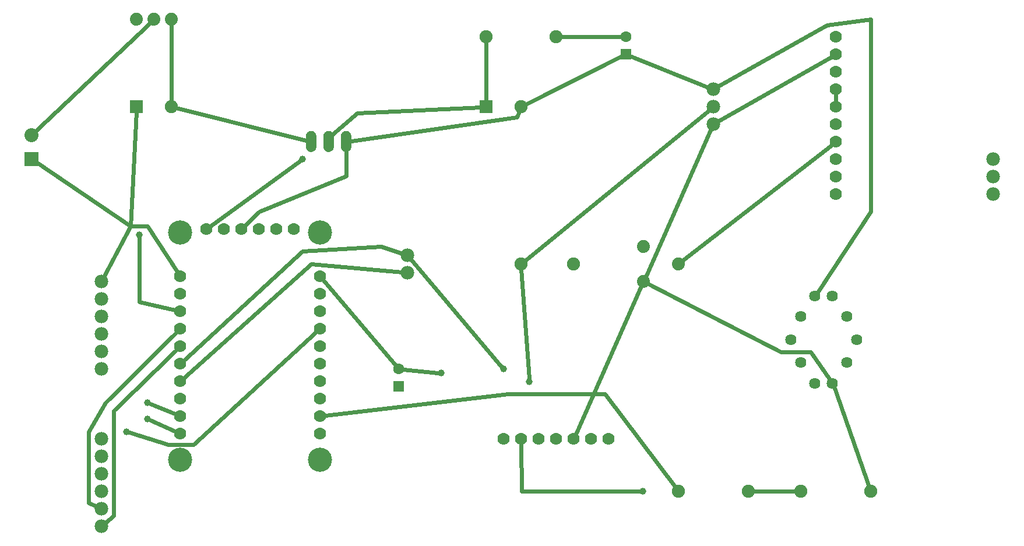
<source format=gbl>
G04 MADE WITH FRITZING*
G04 WWW.FRITZING.ORG*
G04 DOUBLE SIDED*
G04 HOLES PLATED*
G04 CONTOUR ON CENTER OF CONTOUR VECTOR*
%ASAXBY*%
%FSLAX23Y23*%
%MOIN*%
%OFA0B0*%
%SFA1.0B1.0*%
%ADD10C,0.138425*%
%ADD11C,0.070000*%
%ADD12C,0.060000*%
%ADD13C,0.075000*%
%ADD14C,0.074000*%
%ADD15C,0.062992*%
%ADD16C,0.080000*%
%ADD17C,0.064000*%
%ADD18C,0.078000*%
%ADD19C,0.039370*%
%ADD20R,0.075000X0.075000*%
%ADD21R,0.062992X0.062992*%
%ADD22R,0.080000X0.080000*%
%ADD23C,0.024000*%
%ADD24R,0.001000X0.001000*%
%LNCOPPER0*%
G90*
G70*
G54D10*
X1815Y2171D03*
X1815Y871D03*
G54D11*
X1665Y2191D03*
X1565Y2191D03*
X1465Y2191D03*
X1365Y2191D03*
X1265Y2191D03*
X1165Y2191D03*
X1815Y1021D03*
X1815Y1121D03*
X1815Y1221D03*
X1815Y1321D03*
X1815Y1421D03*
X1815Y1521D03*
X1815Y1621D03*
X1815Y1721D03*
X1815Y1821D03*
G54D10*
X1015Y871D03*
G54D11*
X1815Y1921D03*
G54D10*
X1015Y2171D03*
G54D11*
X1015Y1921D03*
X1015Y1821D03*
X1015Y1721D03*
X1015Y1621D03*
X1015Y1521D03*
X1015Y1421D03*
X1015Y1321D03*
X1015Y1221D03*
X1015Y1121D03*
X1015Y1021D03*
G54D12*
X1765Y2691D03*
X1865Y2691D03*
X1965Y2691D03*
G54D13*
X2765Y2891D03*
X2965Y2891D03*
X765Y2891D03*
X965Y2891D03*
G54D14*
X765Y3391D03*
X865Y3391D03*
X965Y3391D03*
G54D15*
X3565Y3192D03*
X3565Y3291D03*
G54D13*
X2765Y3291D03*
X3165Y3291D03*
G54D16*
X165Y2591D03*
X165Y2729D03*
G54D17*
X4565Y1427D03*
X4647Y1809D03*
X4747Y1309D03*
X4829Y1691D03*
X4747Y1809D03*
X4829Y1427D03*
X4647Y1309D03*
X4510Y1559D03*
X4884Y1559D03*
X4565Y1691D03*
G54D13*
X3865Y691D03*
X4265Y691D03*
X4565Y691D03*
X4965Y691D03*
X2965Y1991D03*
X3265Y1991D03*
G54D14*
X3665Y2091D03*
X3665Y1891D03*
X3865Y1991D03*
G54D15*
X2265Y1292D03*
X2265Y1391D03*
G54D18*
X2315Y2041D03*
X2315Y1941D03*
X565Y1891D03*
X565Y1791D03*
X565Y1691D03*
X565Y1591D03*
X565Y1491D03*
X565Y1391D03*
G54D11*
X4765Y2391D03*
X4765Y2491D03*
X4765Y2591D03*
X4765Y2691D03*
X4765Y2791D03*
X4765Y2891D03*
X4765Y2991D03*
X4765Y3091D03*
X4765Y3191D03*
X4765Y3291D03*
G54D18*
X4065Y2991D03*
X4065Y2891D03*
X4065Y2791D03*
X5665Y2591D03*
X5665Y2491D03*
X5665Y2391D03*
X565Y991D03*
X565Y891D03*
X565Y791D03*
X565Y691D03*
X565Y591D03*
X565Y491D03*
G54D19*
X829Y1199D03*
X709Y1031D03*
X829Y1103D03*
X3013Y1319D03*
X781Y2159D03*
X1717Y2591D03*
X2509Y1367D03*
G54D11*
X3465Y991D03*
X3365Y991D03*
X3265Y991D03*
X3165Y991D03*
X3065Y991D03*
X2965Y991D03*
X2865Y991D03*
G54D19*
X2865Y1391D03*
X3663Y691D03*
G54D20*
X2765Y2891D03*
X765Y2891D03*
G54D21*
X3565Y3192D03*
G54D22*
X165Y2591D03*
G54D21*
X2265Y1292D03*
G54D23*
X3653Y1863D02*
X3278Y1019D01*
D02*
X3194Y3291D02*
X3538Y3291D01*
D02*
X843Y3369D02*
X188Y2750D01*
D02*
X965Y3360D02*
X965Y2919D01*
D02*
X1735Y2698D02*
X993Y2884D01*
D02*
X4741Y2672D02*
X3890Y2010D01*
D02*
X4294Y691D02*
X4537Y691D01*
D02*
X1846Y1124D02*
X2893Y1247D01*
D02*
X2893Y1247D02*
X3445Y1247D01*
D02*
X3445Y1247D02*
X3848Y714D01*
D02*
X993Y1499D02*
X637Y1151D01*
D02*
X637Y1151D02*
X637Y551D01*
D02*
X637Y551D02*
X588Y510D01*
D02*
X993Y1599D02*
X589Y1199D01*
D02*
X589Y1199D02*
X493Y1031D01*
D02*
X493Y1031D02*
X493Y623D01*
D02*
X493Y623D02*
X538Y603D01*
D02*
X987Y1133D02*
X846Y1192D01*
D02*
X4765Y2960D02*
X4765Y2922D01*
D02*
X1038Y1341D02*
X1765Y1991D01*
D02*
X1765Y1991D02*
X2285Y1944D01*
D02*
X1793Y1600D02*
X1093Y959D01*
D02*
X1093Y959D02*
X949Y959D01*
D02*
X949Y959D02*
X727Y1026D01*
D02*
X1038Y1442D02*
X1717Y2063D01*
D02*
X1717Y2063D02*
X2165Y2091D01*
D02*
X2165Y2091D02*
X2287Y2050D01*
D02*
X987Y1033D02*
X846Y1096D01*
D02*
X4091Y3006D02*
X4717Y3359D01*
D02*
X4717Y3359D02*
X4965Y3391D01*
D02*
X4965Y3391D02*
X4965Y2291D01*
D02*
X4965Y2291D02*
X4664Y1835D01*
D02*
X3590Y3182D02*
X4037Y3002D01*
D02*
X2991Y2904D02*
X3541Y3180D01*
D02*
X1996Y2695D02*
X2941Y2831D01*
D02*
X2941Y2831D02*
X2954Y2864D01*
D02*
X2987Y2009D02*
X4042Y2872D01*
D02*
X3011Y1338D02*
X2967Y1962D01*
D02*
X985Y1728D02*
X781Y1775D01*
D02*
X781Y1775D02*
X781Y2140D01*
D02*
X2765Y2919D02*
X2765Y3262D01*
D02*
X1859Y2721D02*
X1861Y2711D01*
D02*
X1861Y2711D02*
X2029Y2855D01*
D02*
X2029Y2855D02*
X2737Y2889D01*
D02*
X1190Y2209D02*
X1701Y2580D01*
D02*
X579Y1917D02*
X733Y2207D01*
D02*
X733Y2207D02*
X829Y2207D01*
D02*
X829Y2207D02*
X998Y1947D01*
D02*
X191Y2573D02*
X733Y2207D01*
D02*
X764Y2862D02*
X733Y2207D01*
D02*
X2248Y1411D02*
X1835Y1897D01*
D02*
X2490Y1369D02*
X2292Y1388D01*
D02*
X4053Y2763D02*
X3678Y1919D01*
D02*
X4739Y3175D02*
X4091Y2806D01*
D02*
X4729Y1334D02*
X4621Y1487D01*
D02*
X4621Y1487D02*
X4453Y1487D01*
D02*
X4453Y1487D02*
X3693Y1877D01*
D02*
X4956Y718D02*
X4758Y1280D01*
D02*
X2335Y2018D02*
X2853Y1405D01*
D02*
X2968Y691D02*
X3644Y691D01*
D02*
X2966Y960D02*
X2968Y691D01*
D02*
X1966Y2493D02*
X1965Y2660D01*
D02*
X1387Y2212D02*
X1468Y2290D01*
D02*
X1468Y2290D02*
X1966Y2493D01*
G54D24*
X1758Y2751D02*
X1771Y2751D01*
X1858Y2751D02*
X1871Y2751D01*
X1958Y2751D02*
X1971Y2751D01*
X1755Y2750D02*
X1774Y2750D01*
X1855Y2750D02*
X1874Y2750D01*
X1955Y2750D02*
X1974Y2750D01*
X1753Y2749D02*
X1777Y2749D01*
X1853Y2749D02*
X1877Y2749D01*
X1953Y2749D02*
X1977Y2749D01*
X1751Y2748D02*
X1779Y2748D01*
X1851Y2748D02*
X1879Y2748D01*
X1951Y2748D02*
X1979Y2748D01*
X1749Y2747D02*
X1781Y2747D01*
X1849Y2747D02*
X1881Y2747D01*
X1949Y2747D02*
X1981Y2747D01*
X1748Y2746D02*
X1782Y2746D01*
X1848Y2746D02*
X1882Y2746D01*
X1948Y2746D02*
X1982Y2746D01*
X1746Y2745D02*
X1783Y2745D01*
X1846Y2745D02*
X1883Y2745D01*
X1946Y2745D02*
X1983Y2745D01*
X1745Y2744D02*
X1784Y2744D01*
X1845Y2744D02*
X1884Y2744D01*
X1945Y2744D02*
X1984Y2744D01*
X1744Y2743D02*
X1785Y2743D01*
X1844Y2743D02*
X1885Y2743D01*
X1944Y2743D02*
X1985Y2743D01*
X1743Y2742D02*
X1786Y2742D01*
X1843Y2742D02*
X1886Y2742D01*
X1943Y2742D02*
X1986Y2742D01*
X1742Y2741D02*
X1787Y2741D01*
X1842Y2741D02*
X1887Y2741D01*
X1942Y2741D02*
X1987Y2741D01*
X1741Y2740D02*
X1788Y2740D01*
X1841Y2740D02*
X1888Y2740D01*
X1941Y2740D02*
X1988Y2740D01*
X1741Y2739D02*
X1789Y2739D01*
X1841Y2739D02*
X1889Y2739D01*
X1941Y2739D02*
X1989Y2739D01*
X1740Y2738D02*
X1790Y2738D01*
X1840Y2738D02*
X1890Y2738D01*
X1940Y2738D02*
X1990Y2738D01*
X1739Y2737D02*
X1790Y2737D01*
X1839Y2737D02*
X1890Y2737D01*
X1939Y2737D02*
X1990Y2737D01*
X1739Y2736D02*
X1791Y2736D01*
X1839Y2736D02*
X1891Y2736D01*
X1939Y2736D02*
X1991Y2736D01*
X1738Y2735D02*
X1791Y2735D01*
X1838Y2735D02*
X1891Y2735D01*
X1938Y2735D02*
X1991Y2735D01*
X1738Y2734D02*
X1792Y2734D01*
X1838Y2734D02*
X1892Y2734D01*
X1938Y2734D02*
X1992Y2734D01*
X1737Y2733D02*
X1792Y2733D01*
X1837Y2733D02*
X1892Y2733D01*
X1937Y2733D02*
X1992Y2733D01*
X1737Y2732D02*
X1792Y2732D01*
X1837Y2732D02*
X1892Y2732D01*
X1937Y2732D02*
X1992Y2732D01*
X1737Y2731D02*
X1793Y2731D01*
X1837Y2731D02*
X1893Y2731D01*
X1937Y2731D02*
X1993Y2731D01*
X1736Y2730D02*
X1793Y2730D01*
X1836Y2730D02*
X1893Y2730D01*
X1936Y2730D02*
X1993Y2730D01*
X1736Y2729D02*
X1793Y2729D01*
X1836Y2729D02*
X1893Y2729D01*
X1936Y2729D02*
X1993Y2729D01*
X1736Y2728D02*
X1794Y2728D01*
X1836Y2728D02*
X1894Y2728D01*
X1936Y2728D02*
X1994Y2728D01*
X1736Y2727D02*
X1794Y2727D01*
X1836Y2727D02*
X1894Y2727D01*
X1936Y2727D02*
X1994Y2727D01*
X1736Y2726D02*
X1794Y2726D01*
X1836Y2726D02*
X1894Y2726D01*
X1936Y2726D02*
X1994Y2726D01*
X1735Y2725D02*
X1794Y2725D01*
X1835Y2725D02*
X1894Y2725D01*
X1935Y2725D02*
X1994Y2725D01*
X1735Y2724D02*
X1794Y2724D01*
X1835Y2724D02*
X1894Y2724D01*
X1935Y2724D02*
X1994Y2724D01*
X1735Y2723D02*
X1794Y2723D01*
X1835Y2723D02*
X1894Y2723D01*
X1935Y2723D02*
X1994Y2723D01*
X1735Y2722D02*
X1794Y2722D01*
X1835Y2722D02*
X1894Y2722D01*
X1935Y2722D02*
X1994Y2722D01*
X1735Y2721D02*
X1794Y2721D01*
X1835Y2721D02*
X1894Y2721D01*
X1935Y2721D02*
X1994Y2721D01*
X1735Y2720D02*
X1794Y2720D01*
X1835Y2720D02*
X1894Y2720D01*
X1935Y2720D02*
X1994Y2720D01*
X1735Y2719D02*
X1794Y2719D01*
X1835Y2719D02*
X1894Y2719D01*
X1935Y2719D02*
X1994Y2719D01*
X1735Y2718D02*
X1794Y2718D01*
X1835Y2718D02*
X1894Y2718D01*
X1935Y2718D02*
X1994Y2718D01*
X1735Y2717D02*
X1794Y2717D01*
X1835Y2717D02*
X1894Y2717D01*
X1935Y2717D02*
X1994Y2717D01*
X1735Y2716D02*
X1794Y2716D01*
X1835Y2716D02*
X1894Y2716D01*
X1935Y2716D02*
X1994Y2716D01*
X1735Y2715D02*
X1794Y2715D01*
X1835Y2715D02*
X1894Y2715D01*
X1935Y2715D02*
X1994Y2715D01*
X1735Y2714D02*
X1794Y2714D01*
X1835Y2714D02*
X1894Y2714D01*
X1935Y2714D02*
X1994Y2714D01*
X1735Y2713D02*
X1794Y2713D01*
X1835Y2713D02*
X1894Y2713D01*
X1935Y2713D02*
X1994Y2713D01*
X1735Y2712D02*
X1794Y2712D01*
X1835Y2712D02*
X1894Y2712D01*
X1935Y2712D02*
X1994Y2712D01*
X1735Y2711D02*
X1759Y2711D01*
X1771Y2711D02*
X1794Y2711D01*
X1835Y2711D02*
X1859Y2711D01*
X1871Y2711D02*
X1894Y2711D01*
X1935Y2711D02*
X1959Y2711D01*
X1971Y2711D02*
X1994Y2711D01*
X1735Y2710D02*
X1756Y2710D01*
X1774Y2710D02*
X1794Y2710D01*
X1835Y2710D02*
X1856Y2710D01*
X1874Y2710D02*
X1894Y2710D01*
X1935Y2710D02*
X1956Y2710D01*
X1974Y2710D02*
X1994Y2710D01*
X1735Y2709D02*
X1754Y2709D01*
X1775Y2709D02*
X1794Y2709D01*
X1835Y2709D02*
X1854Y2709D01*
X1875Y2709D02*
X1894Y2709D01*
X1935Y2709D02*
X1954Y2709D01*
X1975Y2709D02*
X1994Y2709D01*
X1735Y2708D02*
X1753Y2708D01*
X1777Y2708D02*
X1794Y2708D01*
X1835Y2708D02*
X1853Y2708D01*
X1877Y2708D02*
X1894Y2708D01*
X1935Y2708D02*
X1953Y2708D01*
X1977Y2708D02*
X1994Y2708D01*
X1735Y2707D02*
X1751Y2707D01*
X1778Y2707D02*
X1794Y2707D01*
X1835Y2707D02*
X1851Y2707D01*
X1878Y2707D02*
X1894Y2707D01*
X1935Y2707D02*
X1951Y2707D01*
X1978Y2707D02*
X1994Y2707D01*
X1735Y2706D02*
X1750Y2706D01*
X1779Y2706D02*
X1794Y2706D01*
X1835Y2706D02*
X1850Y2706D01*
X1879Y2706D02*
X1894Y2706D01*
X1935Y2706D02*
X1950Y2706D01*
X1979Y2706D02*
X1994Y2706D01*
X1735Y2705D02*
X1749Y2705D01*
X1780Y2705D02*
X1794Y2705D01*
X1835Y2705D02*
X1849Y2705D01*
X1880Y2705D02*
X1894Y2705D01*
X1935Y2705D02*
X1949Y2705D01*
X1980Y2705D02*
X1994Y2705D01*
X1735Y2704D02*
X1749Y2704D01*
X1781Y2704D02*
X1794Y2704D01*
X1835Y2704D02*
X1849Y2704D01*
X1881Y2704D02*
X1894Y2704D01*
X1935Y2704D02*
X1949Y2704D01*
X1981Y2704D02*
X1994Y2704D01*
X1735Y2703D02*
X1748Y2703D01*
X1782Y2703D02*
X1794Y2703D01*
X1835Y2703D02*
X1848Y2703D01*
X1882Y2703D02*
X1894Y2703D01*
X1935Y2703D02*
X1948Y2703D01*
X1982Y2703D02*
X1994Y2703D01*
X1735Y2702D02*
X1747Y2702D01*
X1782Y2702D02*
X1794Y2702D01*
X1835Y2702D02*
X1847Y2702D01*
X1882Y2702D02*
X1894Y2702D01*
X1935Y2702D02*
X1947Y2702D01*
X1982Y2702D02*
X1994Y2702D01*
X1735Y2701D02*
X1747Y2701D01*
X1783Y2701D02*
X1794Y2701D01*
X1835Y2701D02*
X1847Y2701D01*
X1883Y2701D02*
X1894Y2701D01*
X1935Y2701D02*
X1947Y2701D01*
X1983Y2701D02*
X1994Y2701D01*
X1735Y2700D02*
X1746Y2700D01*
X1783Y2700D02*
X1794Y2700D01*
X1835Y2700D02*
X1846Y2700D01*
X1883Y2700D02*
X1894Y2700D01*
X1935Y2700D02*
X1946Y2700D01*
X1983Y2700D02*
X1994Y2700D01*
X1735Y2699D02*
X1746Y2699D01*
X1784Y2699D02*
X1794Y2699D01*
X1835Y2699D02*
X1846Y2699D01*
X1884Y2699D02*
X1894Y2699D01*
X1935Y2699D02*
X1946Y2699D01*
X1984Y2699D02*
X1994Y2699D01*
X1735Y2698D02*
X1745Y2698D01*
X1784Y2698D02*
X1794Y2698D01*
X1835Y2698D02*
X1845Y2698D01*
X1884Y2698D02*
X1894Y2698D01*
X1935Y2698D02*
X1945Y2698D01*
X1984Y2698D02*
X1994Y2698D01*
X1735Y2697D02*
X1745Y2697D01*
X1785Y2697D02*
X1794Y2697D01*
X1835Y2697D02*
X1845Y2697D01*
X1885Y2697D02*
X1894Y2697D01*
X1935Y2697D02*
X1945Y2697D01*
X1985Y2697D02*
X1994Y2697D01*
X1735Y2696D02*
X1745Y2696D01*
X1785Y2696D02*
X1794Y2696D01*
X1835Y2696D02*
X1845Y2696D01*
X1885Y2696D02*
X1894Y2696D01*
X1935Y2696D02*
X1945Y2696D01*
X1985Y2696D02*
X1994Y2696D01*
X1735Y2695D02*
X1745Y2695D01*
X1785Y2695D02*
X1794Y2695D01*
X1835Y2695D02*
X1845Y2695D01*
X1885Y2695D02*
X1894Y2695D01*
X1935Y2695D02*
X1945Y2695D01*
X1985Y2695D02*
X1994Y2695D01*
X1735Y2694D02*
X1744Y2694D01*
X1785Y2694D02*
X1794Y2694D01*
X1835Y2694D02*
X1844Y2694D01*
X1885Y2694D02*
X1894Y2694D01*
X1935Y2694D02*
X1944Y2694D01*
X1985Y2694D02*
X1994Y2694D01*
X1735Y2693D02*
X1744Y2693D01*
X1785Y2693D02*
X1794Y2693D01*
X1835Y2693D02*
X1844Y2693D01*
X1885Y2693D02*
X1894Y2693D01*
X1935Y2693D02*
X1944Y2693D01*
X1985Y2693D02*
X1994Y2693D01*
X1735Y2692D02*
X1744Y2692D01*
X1785Y2692D02*
X1794Y2692D01*
X1835Y2692D02*
X1844Y2692D01*
X1885Y2692D02*
X1894Y2692D01*
X1935Y2692D02*
X1944Y2692D01*
X1985Y2692D02*
X1994Y2692D01*
X1735Y2691D02*
X1744Y2691D01*
X1785Y2691D02*
X1794Y2691D01*
X1835Y2691D02*
X1844Y2691D01*
X1885Y2691D02*
X1894Y2691D01*
X1935Y2691D02*
X1944Y2691D01*
X1985Y2691D02*
X1994Y2691D01*
X1735Y2690D02*
X1744Y2690D01*
X1785Y2690D02*
X1794Y2690D01*
X1835Y2690D02*
X1844Y2690D01*
X1885Y2690D02*
X1894Y2690D01*
X1935Y2690D02*
X1944Y2690D01*
X1985Y2690D02*
X1994Y2690D01*
X1735Y2689D02*
X1745Y2689D01*
X1785Y2689D02*
X1794Y2689D01*
X1835Y2689D02*
X1845Y2689D01*
X1885Y2689D02*
X1894Y2689D01*
X1935Y2689D02*
X1945Y2689D01*
X1985Y2689D02*
X1994Y2689D01*
X1735Y2688D02*
X1745Y2688D01*
X1785Y2688D02*
X1794Y2688D01*
X1835Y2688D02*
X1845Y2688D01*
X1885Y2688D02*
X1894Y2688D01*
X1935Y2688D02*
X1945Y2688D01*
X1985Y2688D02*
X1994Y2688D01*
X1735Y2687D02*
X1745Y2687D01*
X1785Y2687D02*
X1794Y2687D01*
X1835Y2687D02*
X1845Y2687D01*
X1885Y2687D02*
X1894Y2687D01*
X1935Y2687D02*
X1945Y2687D01*
X1985Y2687D02*
X1994Y2687D01*
X1735Y2686D02*
X1745Y2686D01*
X1784Y2686D02*
X1794Y2686D01*
X1835Y2686D02*
X1845Y2686D01*
X1884Y2686D02*
X1894Y2686D01*
X1935Y2686D02*
X1945Y2686D01*
X1984Y2686D02*
X1994Y2686D01*
X1735Y2685D02*
X1746Y2685D01*
X1784Y2685D02*
X1794Y2685D01*
X1835Y2685D02*
X1846Y2685D01*
X1884Y2685D02*
X1894Y2685D01*
X1935Y2685D02*
X1946Y2685D01*
X1984Y2685D02*
X1994Y2685D01*
X1735Y2684D02*
X1746Y2684D01*
X1784Y2684D02*
X1794Y2684D01*
X1835Y2684D02*
X1846Y2684D01*
X1884Y2684D02*
X1894Y2684D01*
X1935Y2684D02*
X1946Y2684D01*
X1984Y2684D02*
X1994Y2684D01*
X1735Y2683D02*
X1746Y2683D01*
X1783Y2683D02*
X1794Y2683D01*
X1835Y2683D02*
X1846Y2683D01*
X1883Y2683D02*
X1894Y2683D01*
X1935Y2683D02*
X1946Y2683D01*
X1983Y2683D02*
X1994Y2683D01*
X1735Y2682D02*
X1747Y2682D01*
X1783Y2682D02*
X1794Y2682D01*
X1835Y2682D02*
X1847Y2682D01*
X1883Y2682D02*
X1894Y2682D01*
X1935Y2682D02*
X1947Y2682D01*
X1983Y2682D02*
X1994Y2682D01*
X1735Y2681D02*
X1748Y2681D01*
X1782Y2681D02*
X1794Y2681D01*
X1835Y2681D02*
X1848Y2681D01*
X1882Y2681D02*
X1894Y2681D01*
X1935Y2681D02*
X1948Y2681D01*
X1982Y2681D02*
X1994Y2681D01*
X1735Y2680D02*
X1748Y2680D01*
X1781Y2680D02*
X1794Y2680D01*
X1835Y2680D02*
X1848Y2680D01*
X1881Y2680D02*
X1894Y2680D01*
X1935Y2680D02*
X1948Y2680D01*
X1981Y2680D02*
X1994Y2680D01*
X1735Y2679D02*
X1749Y2679D01*
X1780Y2679D02*
X1794Y2679D01*
X1835Y2679D02*
X1849Y2679D01*
X1880Y2679D02*
X1894Y2679D01*
X1935Y2679D02*
X1949Y2679D01*
X1980Y2679D02*
X1994Y2679D01*
X1735Y2678D02*
X1750Y2678D01*
X1780Y2678D02*
X1794Y2678D01*
X1835Y2678D02*
X1850Y2678D01*
X1880Y2678D02*
X1894Y2678D01*
X1935Y2678D02*
X1950Y2678D01*
X1980Y2678D02*
X1994Y2678D01*
X1735Y2677D02*
X1751Y2677D01*
X1779Y2677D02*
X1794Y2677D01*
X1835Y2677D02*
X1851Y2677D01*
X1879Y2677D02*
X1894Y2677D01*
X1935Y2677D02*
X1951Y2677D01*
X1979Y2677D02*
X1994Y2677D01*
X1735Y2676D02*
X1752Y2676D01*
X1777Y2676D02*
X1794Y2676D01*
X1835Y2676D02*
X1852Y2676D01*
X1877Y2676D02*
X1894Y2676D01*
X1935Y2676D02*
X1952Y2676D01*
X1977Y2676D02*
X1994Y2676D01*
X1735Y2675D02*
X1754Y2675D01*
X1776Y2675D02*
X1794Y2675D01*
X1835Y2675D02*
X1854Y2675D01*
X1876Y2675D02*
X1894Y2675D01*
X1935Y2675D02*
X1954Y2675D01*
X1976Y2675D02*
X1994Y2675D01*
X1735Y2674D02*
X1755Y2674D01*
X1774Y2674D02*
X1794Y2674D01*
X1835Y2674D02*
X1855Y2674D01*
X1874Y2674D02*
X1894Y2674D01*
X1935Y2674D02*
X1955Y2674D01*
X1974Y2674D02*
X1994Y2674D01*
X1735Y2673D02*
X1758Y2673D01*
X1772Y2673D02*
X1794Y2673D01*
X1835Y2673D02*
X1858Y2673D01*
X1872Y2673D02*
X1894Y2673D01*
X1935Y2673D02*
X1958Y2673D01*
X1972Y2673D02*
X1994Y2673D01*
X1735Y2672D02*
X1763Y2672D01*
X1767Y2672D02*
X1794Y2672D01*
X1835Y2672D02*
X1863Y2672D01*
X1867Y2672D02*
X1894Y2672D01*
X1935Y2672D02*
X1963Y2672D01*
X1967Y2672D02*
X1994Y2672D01*
X1735Y2671D02*
X1794Y2671D01*
X1835Y2671D02*
X1894Y2671D01*
X1935Y2671D02*
X1994Y2671D01*
X1735Y2670D02*
X1794Y2670D01*
X1835Y2670D02*
X1894Y2670D01*
X1935Y2670D02*
X1994Y2670D01*
X1735Y2669D02*
X1794Y2669D01*
X1835Y2669D02*
X1894Y2669D01*
X1935Y2669D02*
X1994Y2669D01*
X1735Y2668D02*
X1794Y2668D01*
X1835Y2668D02*
X1894Y2668D01*
X1935Y2668D02*
X1994Y2668D01*
X1735Y2667D02*
X1794Y2667D01*
X1835Y2667D02*
X1894Y2667D01*
X1935Y2667D02*
X1994Y2667D01*
X1735Y2666D02*
X1794Y2666D01*
X1835Y2666D02*
X1894Y2666D01*
X1935Y2666D02*
X1994Y2666D01*
X1735Y2665D02*
X1794Y2665D01*
X1835Y2665D02*
X1894Y2665D01*
X1935Y2665D02*
X1994Y2665D01*
X1735Y2664D02*
X1794Y2664D01*
X1835Y2664D02*
X1894Y2664D01*
X1935Y2664D02*
X1994Y2664D01*
X1735Y2663D02*
X1794Y2663D01*
X1835Y2663D02*
X1894Y2663D01*
X1935Y2663D02*
X1994Y2663D01*
X1735Y2662D02*
X1794Y2662D01*
X1835Y2662D02*
X1894Y2662D01*
X1935Y2662D02*
X1994Y2662D01*
X1735Y2661D02*
X1794Y2661D01*
X1835Y2661D02*
X1894Y2661D01*
X1935Y2661D02*
X1994Y2661D01*
X1735Y2660D02*
X1794Y2660D01*
X1835Y2660D02*
X1894Y2660D01*
X1935Y2660D02*
X1994Y2660D01*
X1735Y2659D02*
X1794Y2659D01*
X1835Y2659D02*
X1894Y2659D01*
X1935Y2659D02*
X1994Y2659D01*
X1736Y2658D02*
X1794Y2658D01*
X1836Y2658D02*
X1894Y2658D01*
X1936Y2658D02*
X1994Y2658D01*
X1736Y2657D02*
X1794Y2657D01*
X1836Y2657D02*
X1894Y2657D01*
X1936Y2657D02*
X1994Y2657D01*
X1736Y2656D02*
X1794Y2656D01*
X1836Y2656D02*
X1894Y2656D01*
X1936Y2656D02*
X1994Y2656D01*
X1736Y2655D02*
X1793Y2655D01*
X1836Y2655D02*
X1893Y2655D01*
X1936Y2655D02*
X1993Y2655D01*
X1736Y2654D02*
X1793Y2654D01*
X1836Y2654D02*
X1893Y2654D01*
X1936Y2654D02*
X1993Y2654D01*
X1737Y2653D02*
X1793Y2653D01*
X1837Y2653D02*
X1893Y2653D01*
X1937Y2653D02*
X1993Y2653D01*
X1737Y2652D02*
X1793Y2652D01*
X1837Y2652D02*
X1893Y2652D01*
X1937Y2652D02*
X1993Y2652D01*
X1737Y2651D02*
X1792Y2651D01*
X1837Y2651D02*
X1892Y2651D01*
X1937Y2651D02*
X1992Y2651D01*
X1738Y2650D02*
X1792Y2650D01*
X1838Y2650D02*
X1892Y2650D01*
X1938Y2650D02*
X1992Y2650D01*
X1738Y2649D02*
X1791Y2649D01*
X1838Y2649D02*
X1891Y2649D01*
X1938Y2649D02*
X1991Y2649D01*
X1739Y2648D02*
X1791Y2648D01*
X1839Y2648D02*
X1891Y2648D01*
X1939Y2648D02*
X1991Y2648D01*
X1739Y2647D02*
X1790Y2647D01*
X1839Y2647D02*
X1890Y2647D01*
X1939Y2647D02*
X1990Y2647D01*
X1740Y2646D02*
X1790Y2646D01*
X1840Y2646D02*
X1890Y2646D01*
X1940Y2646D02*
X1990Y2646D01*
X1740Y2645D02*
X1789Y2645D01*
X1840Y2645D02*
X1889Y2645D01*
X1940Y2645D02*
X1989Y2645D01*
X1741Y2644D02*
X1788Y2644D01*
X1841Y2644D02*
X1888Y2644D01*
X1941Y2644D02*
X1988Y2644D01*
X1742Y2643D02*
X1788Y2643D01*
X1842Y2643D02*
X1888Y2643D01*
X1942Y2643D02*
X1988Y2643D01*
X1743Y2642D02*
X1787Y2642D01*
X1843Y2642D02*
X1887Y2642D01*
X1943Y2642D02*
X1987Y2642D01*
X1744Y2641D02*
X1786Y2641D01*
X1844Y2641D02*
X1886Y2641D01*
X1944Y2641D02*
X1986Y2641D01*
X1745Y2640D02*
X1785Y2640D01*
X1845Y2640D02*
X1885Y2640D01*
X1945Y2640D02*
X1985Y2640D01*
X1746Y2639D02*
X1784Y2639D01*
X1846Y2639D02*
X1884Y2639D01*
X1946Y2639D02*
X1984Y2639D01*
X1747Y2638D02*
X1782Y2638D01*
X1847Y2638D02*
X1882Y2638D01*
X1947Y2638D02*
X1982Y2638D01*
X1748Y2637D02*
X1781Y2637D01*
X1848Y2637D02*
X1881Y2637D01*
X1948Y2637D02*
X1981Y2637D01*
X1750Y2636D02*
X1779Y2636D01*
X1850Y2636D02*
X1879Y2636D01*
X1950Y2636D02*
X1979Y2636D01*
X1752Y2635D02*
X1778Y2635D01*
X1852Y2635D02*
X1878Y2635D01*
X1952Y2635D02*
X1978Y2635D01*
X1754Y2634D02*
X1775Y2634D01*
X1854Y2634D02*
X1875Y2634D01*
X1954Y2634D02*
X1975Y2634D01*
X1757Y2633D02*
X1772Y2633D01*
X1857Y2633D02*
X1872Y2633D01*
X1957Y2633D02*
X1972Y2633D01*
X1762Y2632D02*
X1767Y2632D01*
X1862Y2632D02*
X1867Y2632D01*
X1962Y2632D02*
X1967Y2632D01*
D02*
G04 End of Copper0*
M02*
</source>
